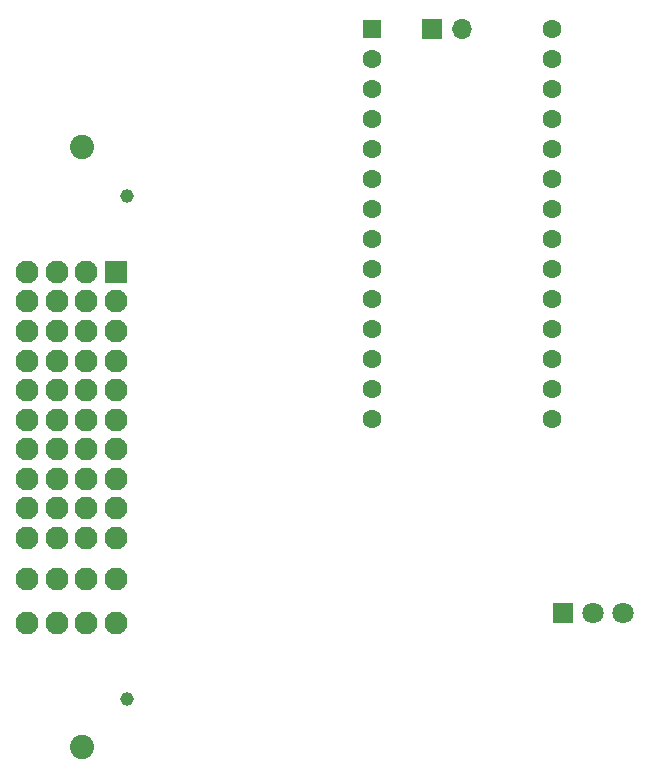
<source format=gbr>
%TF.GenerationSoftware,KiCad,Pcbnew,5.99.0+really5.1.10+dfsg1-1*%
%TF.CreationDate,2022-02-03T20:21:40+01:00*%
%TF.ProjectId,JoeMBMS_V2.0,4a6f654d-424d-4535-9f56-322e302e6b69,rev?*%
%TF.SameCoordinates,Original*%
%TF.FileFunction,Soldermask,Bot*%
%TF.FilePolarity,Negative*%
%FSLAX46Y46*%
G04 Gerber Fmt 4.6, Leading zero omitted, Abs format (unit mm)*
G04 Created by KiCad (PCBNEW 5.99.0+really5.1.10+dfsg1-1) date 2022-02-03 20:21:40*
%MOMM*%
%LPD*%
G01*
G04 APERTURE LIST*
%ADD10O,1.700000X1.700000*%
%ADD11R,1.700000X1.700000*%
%ADD12C,2.050000*%
%ADD13C,1.150000*%
%ADD14C,1.950000*%
%ADD15R,1.950000X1.950000*%
%ADD16R,1.800000X1.800000*%
%ADD17C,1.800000*%
%ADD18C,1.600000*%
%ADD19R,1.600000X1.600000*%
G04 APERTURE END LIST*
D10*
%TO.C,REF\u002A\u002A*%
X141995000Y-54490000D03*
D11*
X139455000Y-54490000D03*
%TD*%
D12*
%TO.C,J1*%
X109850000Y-115350000D03*
X109850000Y-64550000D03*
D13*
X113700000Y-111250000D03*
X113700000Y-68650000D03*
D14*
X105200000Y-104800000D03*
X107700000Y-104800000D03*
X110200000Y-104800000D03*
X112700000Y-104800000D03*
X105200000Y-101100000D03*
X107700000Y-101100000D03*
X110200000Y-101100000D03*
X112700000Y-101100000D03*
X105200000Y-97600000D03*
X107700000Y-97600000D03*
X110200000Y-97600000D03*
X112700000Y-97600000D03*
X105200000Y-95100000D03*
X107700000Y-95100000D03*
X110200000Y-95100000D03*
X112700000Y-95100000D03*
X105200000Y-92600000D03*
X107700000Y-92600000D03*
X110200000Y-92600000D03*
X112700000Y-92600000D03*
X105200000Y-90100000D03*
X107700000Y-90100000D03*
X110200000Y-90100000D03*
X112700000Y-90100000D03*
X105200000Y-87600000D03*
X107700000Y-87600000D03*
X110200000Y-87600000D03*
X112700000Y-87600000D03*
X105200000Y-85100000D03*
X107700000Y-85100000D03*
X110200000Y-85100000D03*
X112700000Y-85100000D03*
X105200000Y-82600000D03*
X107700000Y-82600000D03*
X110200000Y-82600000D03*
X112700000Y-82600000D03*
X105200000Y-80100000D03*
X107700000Y-80100000D03*
X110200000Y-80100000D03*
X112700000Y-80100000D03*
X105200000Y-77600000D03*
X107700000Y-77600000D03*
X110200000Y-77600000D03*
X112700000Y-77600000D03*
X105200000Y-75100000D03*
X107700000Y-75100000D03*
X110200000Y-75100000D03*
D15*
X112700000Y-75100000D03*
%TD*%
D16*
%TO.C,U3*%
X150600000Y-104000000D03*
D17*
X153140000Y-104000000D03*
X155680000Y-104000000D03*
%TD*%
D18*
%TO.C,U1*%
X149620000Y-87510000D03*
X134380000Y-87510000D03*
X149620000Y-84970000D03*
X149620000Y-82430000D03*
X149620000Y-79890000D03*
X149620000Y-77350000D03*
X149620000Y-74810000D03*
X149620000Y-72270000D03*
X149620000Y-69730000D03*
X149620000Y-67190000D03*
X149620000Y-64650000D03*
X149620000Y-62110000D03*
X149620000Y-59570000D03*
X149620000Y-57030000D03*
X149620000Y-54490000D03*
X134380000Y-84970000D03*
X134380000Y-82430000D03*
X134380000Y-79890000D03*
X134380000Y-77350000D03*
X134380000Y-74810000D03*
X134380000Y-72270000D03*
X134380000Y-69730000D03*
X134380000Y-67190000D03*
X134380000Y-64650000D03*
X134380000Y-62110000D03*
X134380000Y-59570000D03*
X134380000Y-57030000D03*
D19*
X134380000Y-54490000D03*
%TD*%
M02*

</source>
